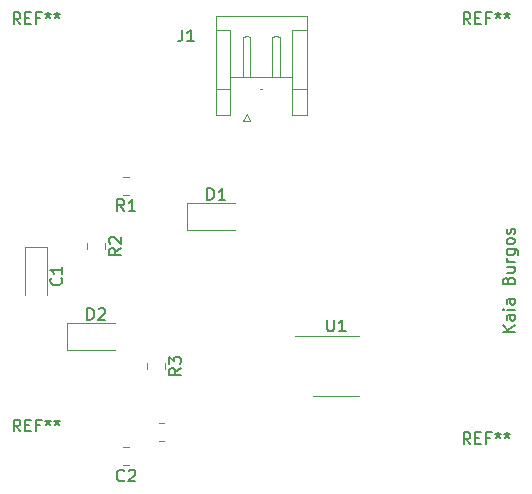
<source format=gbr>
%TF.GenerationSoftware,KiCad,Pcbnew,7.0.8*%
%TF.CreationDate,2023-10-19T22:14:58-07:00*%
%TF.ProjectId,Lab 2,4c616220-322e-46b6-9963-61645f706362,rev?*%
%TF.SameCoordinates,Original*%
%TF.FileFunction,Legend,Top*%
%TF.FilePolarity,Positive*%
%FSLAX46Y46*%
G04 Gerber Fmt 4.6, Leading zero omitted, Abs format (unit mm)*
G04 Created by KiCad (PCBNEW 7.0.8) date 2023-10-19 22:14:58*
%MOMM*%
%LPD*%
G01*
G04 APERTURE LIST*
%ADD10C,0.150000*%
%ADD11C,0.120000*%
G04 APERTURE END LIST*
D10*
X116709819Y-93643220D02*
X115709819Y-93643220D01*
X116709819Y-93071792D02*
X116138390Y-93500363D01*
X115709819Y-93071792D02*
X116281247Y-93643220D01*
X116709819Y-92214649D02*
X116186009Y-92214649D01*
X116186009Y-92214649D02*
X116090771Y-92262268D01*
X116090771Y-92262268D02*
X116043152Y-92357506D01*
X116043152Y-92357506D02*
X116043152Y-92547982D01*
X116043152Y-92547982D02*
X116090771Y-92643220D01*
X116662200Y-92214649D02*
X116709819Y-92309887D01*
X116709819Y-92309887D02*
X116709819Y-92547982D01*
X116709819Y-92547982D02*
X116662200Y-92643220D01*
X116662200Y-92643220D02*
X116566961Y-92690839D01*
X116566961Y-92690839D02*
X116471723Y-92690839D01*
X116471723Y-92690839D02*
X116376485Y-92643220D01*
X116376485Y-92643220D02*
X116328866Y-92547982D01*
X116328866Y-92547982D02*
X116328866Y-92309887D01*
X116328866Y-92309887D02*
X116281247Y-92214649D01*
X116709819Y-91738458D02*
X116043152Y-91738458D01*
X115709819Y-91738458D02*
X115757438Y-91786077D01*
X115757438Y-91786077D02*
X115805057Y-91738458D01*
X115805057Y-91738458D02*
X115757438Y-91690839D01*
X115757438Y-91690839D02*
X115709819Y-91738458D01*
X115709819Y-91738458D02*
X115805057Y-91738458D01*
X116709819Y-90833697D02*
X116186009Y-90833697D01*
X116186009Y-90833697D02*
X116090771Y-90881316D01*
X116090771Y-90881316D02*
X116043152Y-90976554D01*
X116043152Y-90976554D02*
X116043152Y-91167030D01*
X116043152Y-91167030D02*
X116090771Y-91262268D01*
X116662200Y-90833697D02*
X116709819Y-90928935D01*
X116709819Y-90928935D02*
X116709819Y-91167030D01*
X116709819Y-91167030D02*
X116662200Y-91262268D01*
X116662200Y-91262268D02*
X116566961Y-91309887D01*
X116566961Y-91309887D02*
X116471723Y-91309887D01*
X116471723Y-91309887D02*
X116376485Y-91262268D01*
X116376485Y-91262268D02*
X116328866Y-91167030D01*
X116328866Y-91167030D02*
X116328866Y-90928935D01*
X116328866Y-90928935D02*
X116281247Y-90833697D01*
X116186009Y-89262268D02*
X116233628Y-89119411D01*
X116233628Y-89119411D02*
X116281247Y-89071792D01*
X116281247Y-89071792D02*
X116376485Y-89024173D01*
X116376485Y-89024173D02*
X116519342Y-89024173D01*
X116519342Y-89024173D02*
X116614580Y-89071792D01*
X116614580Y-89071792D02*
X116662200Y-89119411D01*
X116662200Y-89119411D02*
X116709819Y-89214649D01*
X116709819Y-89214649D02*
X116709819Y-89595601D01*
X116709819Y-89595601D02*
X115709819Y-89595601D01*
X115709819Y-89595601D02*
X115709819Y-89262268D01*
X115709819Y-89262268D02*
X115757438Y-89167030D01*
X115757438Y-89167030D02*
X115805057Y-89119411D01*
X115805057Y-89119411D02*
X115900295Y-89071792D01*
X115900295Y-89071792D02*
X115995533Y-89071792D01*
X115995533Y-89071792D02*
X116090771Y-89119411D01*
X116090771Y-89119411D02*
X116138390Y-89167030D01*
X116138390Y-89167030D02*
X116186009Y-89262268D01*
X116186009Y-89262268D02*
X116186009Y-89595601D01*
X116043152Y-88167030D02*
X116709819Y-88167030D01*
X116043152Y-88595601D02*
X116566961Y-88595601D01*
X116566961Y-88595601D02*
X116662200Y-88547982D01*
X116662200Y-88547982D02*
X116709819Y-88452744D01*
X116709819Y-88452744D02*
X116709819Y-88309887D01*
X116709819Y-88309887D02*
X116662200Y-88214649D01*
X116662200Y-88214649D02*
X116614580Y-88167030D01*
X116709819Y-87690839D02*
X116043152Y-87690839D01*
X116233628Y-87690839D02*
X116138390Y-87643220D01*
X116138390Y-87643220D02*
X116090771Y-87595601D01*
X116090771Y-87595601D02*
X116043152Y-87500363D01*
X116043152Y-87500363D02*
X116043152Y-87405125D01*
X116043152Y-86643220D02*
X116852676Y-86643220D01*
X116852676Y-86643220D02*
X116947914Y-86690839D01*
X116947914Y-86690839D02*
X116995533Y-86738458D01*
X116995533Y-86738458D02*
X117043152Y-86833696D01*
X117043152Y-86833696D02*
X117043152Y-86976553D01*
X117043152Y-86976553D02*
X116995533Y-87071791D01*
X116662200Y-86643220D02*
X116709819Y-86738458D01*
X116709819Y-86738458D02*
X116709819Y-86928934D01*
X116709819Y-86928934D02*
X116662200Y-87024172D01*
X116662200Y-87024172D02*
X116614580Y-87071791D01*
X116614580Y-87071791D02*
X116519342Y-87119410D01*
X116519342Y-87119410D02*
X116233628Y-87119410D01*
X116233628Y-87119410D02*
X116138390Y-87071791D01*
X116138390Y-87071791D02*
X116090771Y-87024172D01*
X116090771Y-87024172D02*
X116043152Y-86928934D01*
X116043152Y-86928934D02*
X116043152Y-86738458D01*
X116043152Y-86738458D02*
X116090771Y-86643220D01*
X116709819Y-86024172D02*
X116662200Y-86119410D01*
X116662200Y-86119410D02*
X116614580Y-86167029D01*
X116614580Y-86167029D02*
X116519342Y-86214648D01*
X116519342Y-86214648D02*
X116233628Y-86214648D01*
X116233628Y-86214648D02*
X116138390Y-86167029D01*
X116138390Y-86167029D02*
X116090771Y-86119410D01*
X116090771Y-86119410D02*
X116043152Y-86024172D01*
X116043152Y-86024172D02*
X116043152Y-85881315D01*
X116043152Y-85881315D02*
X116090771Y-85786077D01*
X116090771Y-85786077D02*
X116138390Y-85738458D01*
X116138390Y-85738458D02*
X116233628Y-85690839D01*
X116233628Y-85690839D02*
X116519342Y-85690839D01*
X116519342Y-85690839D02*
X116614580Y-85738458D01*
X116614580Y-85738458D02*
X116662200Y-85786077D01*
X116662200Y-85786077D02*
X116709819Y-85881315D01*
X116709819Y-85881315D02*
X116709819Y-86024172D01*
X116662200Y-85309886D02*
X116709819Y-85214648D01*
X116709819Y-85214648D02*
X116709819Y-85024172D01*
X116709819Y-85024172D02*
X116662200Y-84928934D01*
X116662200Y-84928934D02*
X116566961Y-84881315D01*
X116566961Y-84881315D02*
X116519342Y-84881315D01*
X116519342Y-84881315D02*
X116424104Y-84928934D01*
X116424104Y-84928934D02*
X116376485Y-85024172D01*
X116376485Y-85024172D02*
X116376485Y-85167029D01*
X116376485Y-85167029D02*
X116328866Y-85262267D01*
X116328866Y-85262267D02*
X116233628Y-85309886D01*
X116233628Y-85309886D02*
X116186009Y-85309886D01*
X116186009Y-85309886D02*
X116090771Y-85262267D01*
X116090771Y-85262267D02*
X116043152Y-85167029D01*
X116043152Y-85167029D02*
X116043152Y-85024172D01*
X116043152Y-85024172D02*
X116090771Y-84928934D01*
X83653333Y-106179580D02*
X83605714Y-106227200D01*
X83605714Y-106227200D02*
X83462857Y-106274819D01*
X83462857Y-106274819D02*
X83367619Y-106274819D01*
X83367619Y-106274819D02*
X83224762Y-106227200D01*
X83224762Y-106227200D02*
X83129524Y-106131961D01*
X83129524Y-106131961D02*
X83081905Y-106036723D01*
X83081905Y-106036723D02*
X83034286Y-105846247D01*
X83034286Y-105846247D02*
X83034286Y-105703390D01*
X83034286Y-105703390D02*
X83081905Y-105512914D01*
X83081905Y-105512914D02*
X83129524Y-105417676D01*
X83129524Y-105417676D02*
X83224762Y-105322438D01*
X83224762Y-105322438D02*
X83367619Y-105274819D01*
X83367619Y-105274819D02*
X83462857Y-105274819D01*
X83462857Y-105274819D02*
X83605714Y-105322438D01*
X83605714Y-105322438D02*
X83653333Y-105370057D01*
X84034286Y-105370057D02*
X84081905Y-105322438D01*
X84081905Y-105322438D02*
X84177143Y-105274819D01*
X84177143Y-105274819D02*
X84415238Y-105274819D01*
X84415238Y-105274819D02*
X84510476Y-105322438D01*
X84510476Y-105322438D02*
X84558095Y-105370057D01*
X84558095Y-105370057D02*
X84605714Y-105465295D01*
X84605714Y-105465295D02*
X84605714Y-105560533D01*
X84605714Y-105560533D02*
X84558095Y-105703390D01*
X84558095Y-105703390D02*
X83986667Y-106274819D01*
X83986667Y-106274819D02*
X84605714Y-106274819D01*
X74866666Y-102054819D02*
X74533333Y-101578628D01*
X74295238Y-102054819D02*
X74295238Y-101054819D01*
X74295238Y-101054819D02*
X74676190Y-101054819D01*
X74676190Y-101054819D02*
X74771428Y-101102438D01*
X74771428Y-101102438D02*
X74819047Y-101150057D01*
X74819047Y-101150057D02*
X74866666Y-101245295D01*
X74866666Y-101245295D02*
X74866666Y-101388152D01*
X74866666Y-101388152D02*
X74819047Y-101483390D01*
X74819047Y-101483390D02*
X74771428Y-101531009D01*
X74771428Y-101531009D02*
X74676190Y-101578628D01*
X74676190Y-101578628D02*
X74295238Y-101578628D01*
X75295238Y-101531009D02*
X75628571Y-101531009D01*
X75771428Y-102054819D02*
X75295238Y-102054819D01*
X75295238Y-102054819D02*
X75295238Y-101054819D01*
X75295238Y-101054819D02*
X75771428Y-101054819D01*
X76533333Y-101531009D02*
X76200000Y-101531009D01*
X76200000Y-102054819D02*
X76200000Y-101054819D01*
X76200000Y-101054819D02*
X76676190Y-101054819D01*
X77200000Y-101054819D02*
X77200000Y-101292914D01*
X76961905Y-101197676D02*
X77200000Y-101292914D01*
X77200000Y-101292914D02*
X77438095Y-101197676D01*
X77057143Y-101483390D02*
X77200000Y-101292914D01*
X77200000Y-101292914D02*
X77342857Y-101483390D01*
X77961905Y-101054819D02*
X77961905Y-101292914D01*
X77723810Y-101197676D02*
X77961905Y-101292914D01*
X77961905Y-101292914D02*
X78200000Y-101197676D01*
X77819048Y-101483390D02*
X77961905Y-101292914D01*
X77961905Y-101292914D02*
X78104762Y-101483390D01*
X83384819Y-86526666D02*
X82908628Y-86859999D01*
X83384819Y-87098094D02*
X82384819Y-87098094D01*
X82384819Y-87098094D02*
X82384819Y-86717142D01*
X82384819Y-86717142D02*
X82432438Y-86621904D01*
X82432438Y-86621904D02*
X82480057Y-86574285D01*
X82480057Y-86574285D02*
X82575295Y-86526666D01*
X82575295Y-86526666D02*
X82718152Y-86526666D01*
X82718152Y-86526666D02*
X82813390Y-86574285D01*
X82813390Y-86574285D02*
X82861009Y-86621904D01*
X82861009Y-86621904D02*
X82908628Y-86717142D01*
X82908628Y-86717142D02*
X82908628Y-87098094D01*
X82480057Y-86145713D02*
X82432438Y-86098094D01*
X82432438Y-86098094D02*
X82384819Y-86002856D01*
X82384819Y-86002856D02*
X82384819Y-85764761D01*
X82384819Y-85764761D02*
X82432438Y-85669523D01*
X82432438Y-85669523D02*
X82480057Y-85621904D01*
X82480057Y-85621904D02*
X82575295Y-85574285D01*
X82575295Y-85574285D02*
X82670533Y-85574285D01*
X82670533Y-85574285D02*
X82813390Y-85621904D01*
X82813390Y-85621904D02*
X83384819Y-86193332D01*
X83384819Y-86193332D02*
X83384819Y-85574285D01*
X83653333Y-83384819D02*
X83320000Y-82908628D01*
X83081905Y-83384819D02*
X83081905Y-82384819D01*
X83081905Y-82384819D02*
X83462857Y-82384819D01*
X83462857Y-82384819D02*
X83558095Y-82432438D01*
X83558095Y-82432438D02*
X83605714Y-82480057D01*
X83605714Y-82480057D02*
X83653333Y-82575295D01*
X83653333Y-82575295D02*
X83653333Y-82718152D01*
X83653333Y-82718152D02*
X83605714Y-82813390D01*
X83605714Y-82813390D02*
X83558095Y-82861009D01*
X83558095Y-82861009D02*
X83462857Y-82908628D01*
X83462857Y-82908628D02*
X83081905Y-82908628D01*
X84605714Y-83384819D02*
X84034286Y-83384819D01*
X84320000Y-83384819D02*
X84320000Y-82384819D01*
X84320000Y-82384819D02*
X84224762Y-82527676D01*
X84224762Y-82527676D02*
X84129524Y-82622914D01*
X84129524Y-82622914D02*
X84034286Y-82670533D01*
X112966666Y-103134819D02*
X112633333Y-102658628D01*
X112395238Y-103134819D02*
X112395238Y-102134819D01*
X112395238Y-102134819D02*
X112776190Y-102134819D01*
X112776190Y-102134819D02*
X112871428Y-102182438D01*
X112871428Y-102182438D02*
X112919047Y-102230057D01*
X112919047Y-102230057D02*
X112966666Y-102325295D01*
X112966666Y-102325295D02*
X112966666Y-102468152D01*
X112966666Y-102468152D02*
X112919047Y-102563390D01*
X112919047Y-102563390D02*
X112871428Y-102611009D01*
X112871428Y-102611009D02*
X112776190Y-102658628D01*
X112776190Y-102658628D02*
X112395238Y-102658628D01*
X113395238Y-102611009D02*
X113728571Y-102611009D01*
X113871428Y-103134819D02*
X113395238Y-103134819D01*
X113395238Y-103134819D02*
X113395238Y-102134819D01*
X113395238Y-102134819D02*
X113871428Y-102134819D01*
X114633333Y-102611009D02*
X114300000Y-102611009D01*
X114300000Y-103134819D02*
X114300000Y-102134819D01*
X114300000Y-102134819D02*
X114776190Y-102134819D01*
X115300000Y-102134819D02*
X115300000Y-102372914D01*
X115061905Y-102277676D02*
X115300000Y-102372914D01*
X115300000Y-102372914D02*
X115538095Y-102277676D01*
X115157143Y-102563390D02*
X115300000Y-102372914D01*
X115300000Y-102372914D02*
X115442857Y-102563390D01*
X116061905Y-102134819D02*
X116061905Y-102372914D01*
X115823810Y-102277676D02*
X116061905Y-102372914D01*
X116061905Y-102372914D02*
X116300000Y-102277676D01*
X115919048Y-102563390D02*
X116061905Y-102372914D01*
X116061905Y-102372914D02*
X116204762Y-102563390D01*
X90701905Y-82454819D02*
X90701905Y-81454819D01*
X90701905Y-81454819D02*
X90940000Y-81454819D01*
X90940000Y-81454819D02*
X91082857Y-81502438D01*
X91082857Y-81502438D02*
X91178095Y-81597676D01*
X91178095Y-81597676D02*
X91225714Y-81692914D01*
X91225714Y-81692914D02*
X91273333Y-81883390D01*
X91273333Y-81883390D02*
X91273333Y-82026247D01*
X91273333Y-82026247D02*
X91225714Y-82216723D01*
X91225714Y-82216723D02*
X91178095Y-82311961D01*
X91178095Y-82311961D02*
X91082857Y-82407200D01*
X91082857Y-82407200D02*
X90940000Y-82454819D01*
X90940000Y-82454819D02*
X90701905Y-82454819D01*
X92225714Y-82454819D02*
X91654286Y-82454819D01*
X91940000Y-82454819D02*
X91940000Y-81454819D01*
X91940000Y-81454819D02*
X91844762Y-81597676D01*
X91844762Y-81597676D02*
X91749524Y-81692914D01*
X91749524Y-81692914D02*
X91654286Y-81740533D01*
X74866666Y-67574819D02*
X74533333Y-67098628D01*
X74295238Y-67574819D02*
X74295238Y-66574819D01*
X74295238Y-66574819D02*
X74676190Y-66574819D01*
X74676190Y-66574819D02*
X74771428Y-66622438D01*
X74771428Y-66622438D02*
X74819047Y-66670057D01*
X74819047Y-66670057D02*
X74866666Y-66765295D01*
X74866666Y-66765295D02*
X74866666Y-66908152D01*
X74866666Y-66908152D02*
X74819047Y-67003390D01*
X74819047Y-67003390D02*
X74771428Y-67051009D01*
X74771428Y-67051009D02*
X74676190Y-67098628D01*
X74676190Y-67098628D02*
X74295238Y-67098628D01*
X75295238Y-67051009D02*
X75628571Y-67051009D01*
X75771428Y-67574819D02*
X75295238Y-67574819D01*
X75295238Y-67574819D02*
X75295238Y-66574819D01*
X75295238Y-66574819D02*
X75771428Y-66574819D01*
X76533333Y-67051009D02*
X76200000Y-67051009D01*
X76200000Y-67574819D02*
X76200000Y-66574819D01*
X76200000Y-66574819D02*
X76676190Y-66574819D01*
X77200000Y-66574819D02*
X77200000Y-66812914D01*
X76961905Y-66717676D02*
X77200000Y-66812914D01*
X77200000Y-66812914D02*
X77438095Y-66717676D01*
X77057143Y-67003390D02*
X77200000Y-66812914D01*
X77200000Y-66812914D02*
X77342857Y-67003390D01*
X77961905Y-66574819D02*
X77961905Y-66812914D01*
X77723810Y-66717676D02*
X77961905Y-66812914D01*
X77961905Y-66812914D02*
X78200000Y-66717676D01*
X77819048Y-67003390D02*
X77961905Y-66812914D01*
X77961905Y-66812914D02*
X78104762Y-67003390D01*
X80541905Y-92614819D02*
X80541905Y-91614819D01*
X80541905Y-91614819D02*
X80780000Y-91614819D01*
X80780000Y-91614819D02*
X80922857Y-91662438D01*
X80922857Y-91662438D02*
X81018095Y-91757676D01*
X81018095Y-91757676D02*
X81065714Y-91852914D01*
X81065714Y-91852914D02*
X81113333Y-92043390D01*
X81113333Y-92043390D02*
X81113333Y-92186247D01*
X81113333Y-92186247D02*
X81065714Y-92376723D01*
X81065714Y-92376723D02*
X81018095Y-92471961D01*
X81018095Y-92471961D02*
X80922857Y-92567200D01*
X80922857Y-92567200D02*
X80780000Y-92614819D01*
X80780000Y-92614819D02*
X80541905Y-92614819D01*
X81494286Y-91710057D02*
X81541905Y-91662438D01*
X81541905Y-91662438D02*
X81637143Y-91614819D01*
X81637143Y-91614819D02*
X81875238Y-91614819D01*
X81875238Y-91614819D02*
X81970476Y-91662438D01*
X81970476Y-91662438D02*
X82018095Y-91710057D01*
X82018095Y-91710057D02*
X82065714Y-91805295D01*
X82065714Y-91805295D02*
X82065714Y-91900533D01*
X82065714Y-91900533D02*
X82018095Y-92043390D01*
X82018095Y-92043390D02*
X81446667Y-92614819D01*
X81446667Y-92614819D02*
X82065714Y-92614819D01*
X78309580Y-89066666D02*
X78357200Y-89114285D01*
X78357200Y-89114285D02*
X78404819Y-89257142D01*
X78404819Y-89257142D02*
X78404819Y-89352380D01*
X78404819Y-89352380D02*
X78357200Y-89495237D01*
X78357200Y-89495237D02*
X78261961Y-89590475D01*
X78261961Y-89590475D02*
X78166723Y-89638094D01*
X78166723Y-89638094D02*
X77976247Y-89685713D01*
X77976247Y-89685713D02*
X77833390Y-89685713D01*
X77833390Y-89685713D02*
X77642914Y-89638094D01*
X77642914Y-89638094D02*
X77547676Y-89590475D01*
X77547676Y-89590475D02*
X77452438Y-89495237D01*
X77452438Y-89495237D02*
X77404819Y-89352380D01*
X77404819Y-89352380D02*
X77404819Y-89257142D01*
X77404819Y-89257142D02*
X77452438Y-89114285D01*
X77452438Y-89114285D02*
X77500057Y-89066666D01*
X78404819Y-88114285D02*
X78404819Y-88685713D01*
X78404819Y-88399999D02*
X77404819Y-88399999D01*
X77404819Y-88399999D02*
X77547676Y-88495237D01*
X77547676Y-88495237D02*
X77642914Y-88590475D01*
X77642914Y-88590475D02*
X77690533Y-88685713D01*
X100838095Y-92574819D02*
X100838095Y-93384342D01*
X100838095Y-93384342D02*
X100885714Y-93479580D01*
X100885714Y-93479580D02*
X100933333Y-93527200D01*
X100933333Y-93527200D02*
X101028571Y-93574819D01*
X101028571Y-93574819D02*
X101219047Y-93574819D01*
X101219047Y-93574819D02*
X101314285Y-93527200D01*
X101314285Y-93527200D02*
X101361904Y-93479580D01*
X101361904Y-93479580D02*
X101409523Y-93384342D01*
X101409523Y-93384342D02*
X101409523Y-92574819D01*
X102409523Y-93574819D02*
X101838095Y-93574819D01*
X102123809Y-93574819D02*
X102123809Y-92574819D01*
X102123809Y-92574819D02*
X102028571Y-92717676D01*
X102028571Y-92717676D02*
X101933333Y-92812914D01*
X101933333Y-92812914D02*
X101838095Y-92860533D01*
X112966666Y-67574819D02*
X112633333Y-67098628D01*
X112395238Y-67574819D02*
X112395238Y-66574819D01*
X112395238Y-66574819D02*
X112776190Y-66574819D01*
X112776190Y-66574819D02*
X112871428Y-66622438D01*
X112871428Y-66622438D02*
X112919047Y-66670057D01*
X112919047Y-66670057D02*
X112966666Y-66765295D01*
X112966666Y-66765295D02*
X112966666Y-66908152D01*
X112966666Y-66908152D02*
X112919047Y-67003390D01*
X112919047Y-67003390D02*
X112871428Y-67051009D01*
X112871428Y-67051009D02*
X112776190Y-67098628D01*
X112776190Y-67098628D02*
X112395238Y-67098628D01*
X113395238Y-67051009D02*
X113728571Y-67051009D01*
X113871428Y-67574819D02*
X113395238Y-67574819D01*
X113395238Y-67574819D02*
X113395238Y-66574819D01*
X113395238Y-66574819D02*
X113871428Y-66574819D01*
X114633333Y-67051009D02*
X114300000Y-67051009D01*
X114300000Y-67574819D02*
X114300000Y-66574819D01*
X114300000Y-66574819D02*
X114776190Y-66574819D01*
X115300000Y-66574819D02*
X115300000Y-66812914D01*
X115061905Y-66717676D02*
X115300000Y-66812914D01*
X115300000Y-66812914D02*
X115538095Y-66717676D01*
X115157143Y-67003390D02*
X115300000Y-66812914D01*
X115300000Y-66812914D02*
X115442857Y-67003390D01*
X116061905Y-66574819D02*
X116061905Y-66812914D01*
X115823810Y-66717676D02*
X116061905Y-66812914D01*
X116061905Y-66812914D02*
X116300000Y-66717676D01*
X115919048Y-67003390D02*
X116061905Y-66812914D01*
X116061905Y-66812914D02*
X116204762Y-67003390D01*
X88464819Y-96686666D02*
X87988628Y-97019999D01*
X88464819Y-97258094D02*
X87464819Y-97258094D01*
X87464819Y-97258094D02*
X87464819Y-96877142D01*
X87464819Y-96877142D02*
X87512438Y-96781904D01*
X87512438Y-96781904D02*
X87560057Y-96734285D01*
X87560057Y-96734285D02*
X87655295Y-96686666D01*
X87655295Y-96686666D02*
X87798152Y-96686666D01*
X87798152Y-96686666D02*
X87893390Y-96734285D01*
X87893390Y-96734285D02*
X87941009Y-96781904D01*
X87941009Y-96781904D02*
X87988628Y-96877142D01*
X87988628Y-96877142D02*
X87988628Y-97258094D01*
X87464819Y-96353332D02*
X87464819Y-95734285D01*
X87464819Y-95734285D02*
X87845771Y-96067618D01*
X87845771Y-96067618D02*
X87845771Y-95924761D01*
X87845771Y-95924761D02*
X87893390Y-95829523D01*
X87893390Y-95829523D02*
X87941009Y-95781904D01*
X87941009Y-95781904D02*
X88036247Y-95734285D01*
X88036247Y-95734285D02*
X88274342Y-95734285D01*
X88274342Y-95734285D02*
X88369580Y-95781904D01*
X88369580Y-95781904D02*
X88417200Y-95829523D01*
X88417200Y-95829523D02*
X88464819Y-95924761D01*
X88464819Y-95924761D02*
X88464819Y-96210475D01*
X88464819Y-96210475D02*
X88417200Y-96305713D01*
X88417200Y-96305713D02*
X88369580Y-96353332D01*
X88566666Y-68034819D02*
X88566666Y-68749104D01*
X88566666Y-68749104D02*
X88519047Y-68891961D01*
X88519047Y-68891961D02*
X88423809Y-68987200D01*
X88423809Y-68987200D02*
X88280952Y-69034819D01*
X88280952Y-69034819D02*
X88185714Y-69034819D01*
X89566666Y-69034819D02*
X88995238Y-69034819D01*
X89280952Y-69034819D02*
X89280952Y-68034819D01*
X89280952Y-68034819D02*
X89185714Y-68177676D01*
X89185714Y-68177676D02*
X89090476Y-68272914D01*
X89090476Y-68272914D02*
X88995238Y-68320533D01*
D11*
%TO.C,R4*%
X87074564Y-102847500D02*
X86620436Y-102847500D01*
X87074564Y-101377500D02*
X86620436Y-101377500D01*
%TO.C,C2*%
X84081252Y-104875000D02*
X83558748Y-104875000D01*
X84081252Y-103405000D02*
X83558748Y-103405000D01*
%TO.C,R2*%
X82015000Y-86132936D02*
X82015000Y-86587064D01*
X80545000Y-86132936D02*
X80545000Y-86587064D01*
%TO.C,R1*%
X84047064Y-82015000D02*
X83592936Y-82015000D01*
X84047064Y-80545000D02*
X83592936Y-80545000D01*
%TO.C,D1*%
X88980000Y-82685000D02*
X88980000Y-84955000D01*
X88980000Y-84955000D02*
X93040000Y-84955000D01*
X93040000Y-82685000D02*
X88980000Y-82685000D01*
%TO.C,D2*%
X78820000Y-92845000D02*
X78820000Y-95115000D01*
X78820000Y-95115000D02*
X82880000Y-95115000D01*
X82880000Y-92845000D02*
X78820000Y-92845000D01*
%TO.C,C1*%
X77135000Y-86415000D02*
X75265000Y-86415000D01*
X75265000Y-86415000D02*
X75265000Y-90500000D01*
X77135000Y-90500000D02*
X77135000Y-86415000D01*
%TO.C,U1*%
X101600000Y-93960000D02*
X98150000Y-93960000D01*
X101600000Y-93960000D02*
X103550000Y-93960000D01*
X101600000Y-99080000D02*
X99650000Y-99080000D01*
X101600000Y-99080000D02*
X103550000Y-99080000D01*
%TO.C,R3*%
X87095000Y-96292936D02*
X87095000Y-96747064D01*
X85625000Y-96292936D02*
X85625000Y-96747064D01*
%TO.C,J1*%
X91410000Y-66850000D02*
X99130000Y-66850000D01*
X91410000Y-68070000D02*
X92630000Y-68070000D01*
X91410000Y-75270000D02*
X91410000Y-66850000D01*
X92630000Y-68070000D02*
X92630000Y-73070000D01*
X92630000Y-72070000D02*
X97910000Y-72070000D01*
X92630000Y-73070000D02*
X91410000Y-73070000D01*
X92630000Y-73070000D02*
X92630000Y-75270000D01*
X92630000Y-75270000D02*
X91410000Y-75270000D01*
X93700000Y-68650000D02*
X94020000Y-68570000D01*
X93700000Y-72070000D02*
X93700000Y-68650000D01*
X93720000Y-75760000D02*
X94320000Y-75760000D01*
X94020000Y-68570000D02*
X94340000Y-68650000D01*
X94020000Y-72070000D02*
X93700000Y-72070000D01*
X94020000Y-75160000D02*
X93720000Y-75760000D01*
X94320000Y-75760000D02*
X94020000Y-75160000D01*
X94340000Y-68650000D02*
X94340000Y-72070000D01*
X94340000Y-72070000D02*
X94020000Y-72070000D01*
X95190000Y-73070000D02*
X95350000Y-73070000D01*
X96200000Y-68650000D02*
X96520000Y-68570000D01*
X96200000Y-72070000D02*
X96200000Y-68650000D01*
X96520000Y-68570000D02*
X96840000Y-68650000D01*
X96520000Y-72070000D02*
X96200000Y-72070000D01*
X96840000Y-68650000D02*
X96840000Y-72070000D01*
X96840000Y-72070000D02*
X96520000Y-72070000D01*
X97910000Y-68070000D02*
X97910000Y-73070000D01*
X97910000Y-73070000D02*
X99130000Y-73070000D01*
X97910000Y-75270000D02*
X97910000Y-73070000D01*
X99130000Y-66850000D02*
X99130000Y-75270000D01*
X99130000Y-68070000D02*
X97910000Y-68070000D01*
X99130000Y-75270000D02*
X97910000Y-75270000D01*
%TD*%
M02*

</source>
